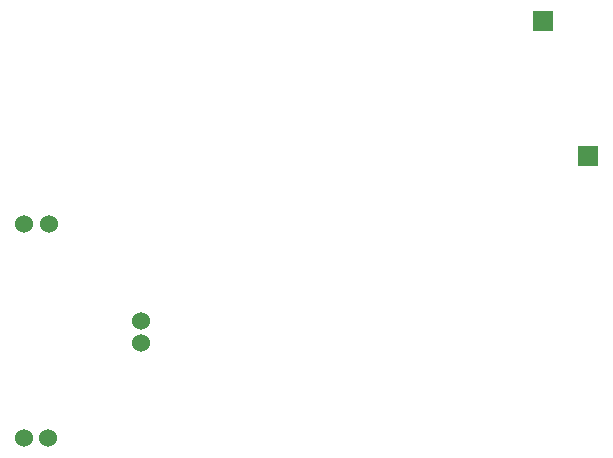
<source format=gbr>
G04 #@! TF.GenerationSoftware,KiCad,Pcbnew,(5.1.5-0-10_14)*
G04 #@! TF.CreationDate,2020-05-22T11:47:55+02:00*
G04 #@! TF.ProjectId,version2,76657273-696f-46e3-922e-6b696361645f,rev?*
G04 #@! TF.SameCoordinates,Original*
G04 #@! TF.FileFunction,Copper,L1,Top*
G04 #@! TF.FilePolarity,Positive*
%FSLAX46Y46*%
G04 Gerber Fmt 4.6, Leading zero omitted, Abs format (unit mm)*
G04 Created by KiCad (PCBNEW (5.1.5-0-10_14)) date 2020-05-22 11:47:55*
%MOMM*%
%LPD*%
G04 APERTURE LIST*
%ADD10C,1.524000*%
%ADD11R,1.700000X1.700000*%
G04 APERTURE END LIST*
D10*
X82590640Y-66776600D03*
X90413840Y-74914760D03*
X90444320Y-76814680D03*
X82519520Y-84861400D03*
X80523080Y-84825840D03*
X80467200Y-66746120D03*
D11*
X128270000Y-60960000D03*
X124460000Y-49530000D03*
M02*

</source>
